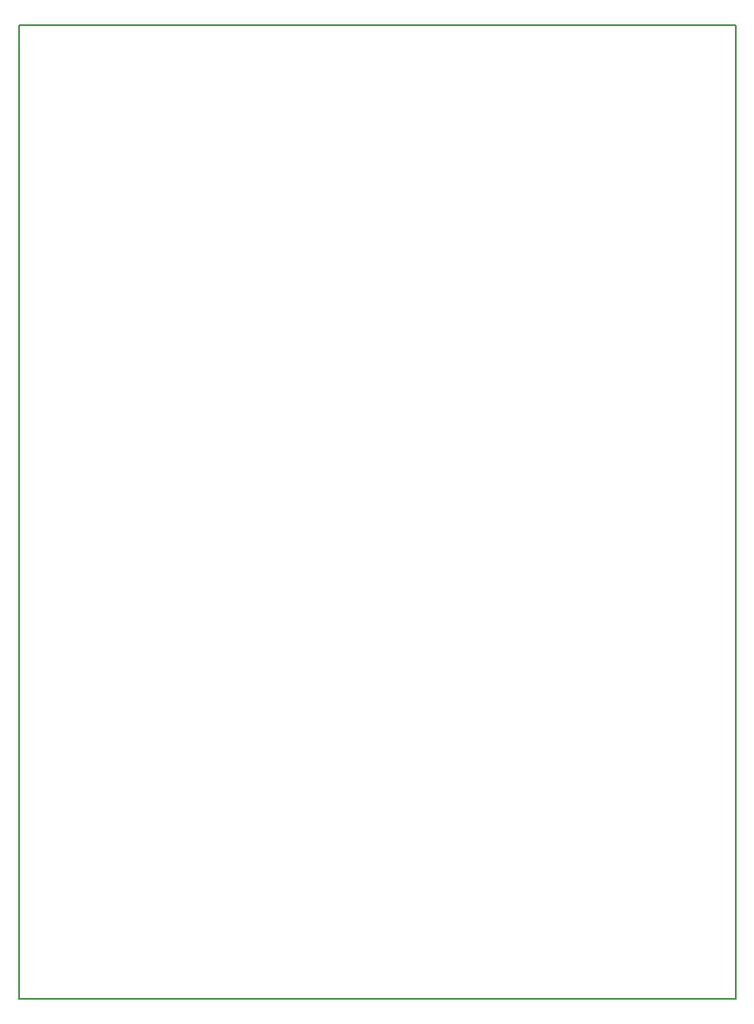
<source format=gko>
G04*
G04 #@! TF.GenerationSoftware,Altium Limited,Altium Designer,20.2.7 (254)*
G04*
G04 Layer_Color=16711935*
%FSLAX25Y25*%
%MOIN*%
G70*
G04*
G04 #@! TF.SameCoordinates,AC8EE5C5-F73A-413B-8336-6D520369465E*
G04*
G04*
G04 #@! TF.FilePolarity,Positive*
G04*
G01*
G75*
%ADD11C,0.00787*%
D11*
X0Y374016D02*
X275590D01*
X0Y0D02*
Y374016D01*
X275590D02*
X275591Y0D01*
X0D02*
X275591D01*
M02*

</source>
